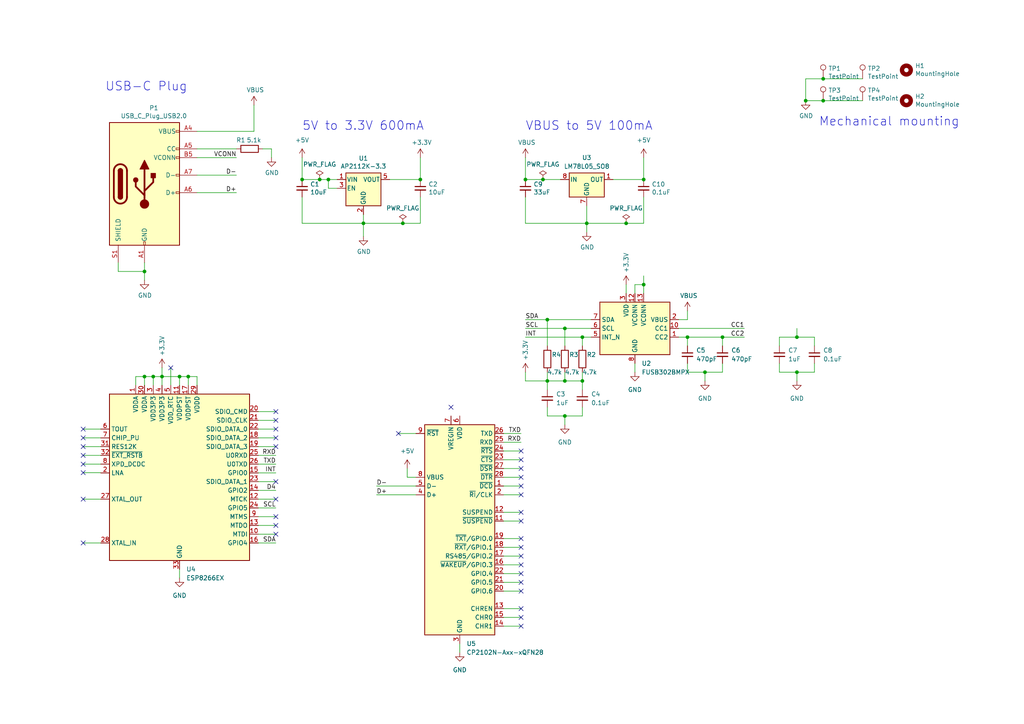
<source format=kicad_sch>
(kicad_sch (version 20230121) (generator eeschema)
  (paper "A4")
  (title_block (title "Expansion Card Template") (date "2020-12-12") (rev "X1") (company "Framework") (comment 1 "This work is licensed under a Creative Commons Attribution 4.0 International License") (comment 4 "https://frame.work"))
  (lib_symbols
    (symbol "Connector:TestPoint" (pin_numbers hide) (pin_names (offset 0.762) hide)
      (property "Reference" "TP" (at 0 6.858 0))
      (property "Value" "TestPoint" (at 0 5.08 0))
      (symbol "TestPoint_0_1"
        (circle (center 0 3.302) (radius 0.762))
      )
      (symbol "TestPoint_1_1"
        (pin passive line (at 0 0 90) (length 2.54) (name "1") (number "1"))
      )
    )
    (symbol "Connector:USB_C_Plug_USB2.0" (pin_names (offset 1.016))
      (property "Reference" "P" (at -10.16 19.05 0))
      (property "Value" "USB_C_Plug_USB2.0" (at 12.7 19.05 0))
      (symbol "USB_C_Plug_USB2.0_0_0"
        (rectangle (start -0.254 -17.78) (end 0.254 -16.764))
        (rectangle (start 10.16 -2.286) (end 9.144 -2.794))
        (rectangle (start 10.16 2.794) (end 9.144 2.286))
        (rectangle (start 10.16 7.874) (end 9.144 7.366))
        (rectangle (start 10.16 10.414) (end 9.144 9.906))
        (rectangle (start 10.16 15.494) (end 9.144 14.986))
      )
      (symbol "USB_C_Plug_USB2.0_0_1"
        (rectangle (start -10.16 17.78) (end 10.16 -17.78) (stroke (width 0.254)) (fill (type background)))
        (arc (start -8.89 -3.81) (mid -6.985 -5.7067) (end -5.08 -3.81) (stroke (width 0.508)))
        (arc (start -7.62 -3.81) (mid -6.985 -4.4423) (end -6.35 -3.81) (stroke (width 0.254)))
        (arc (start -7.62 -3.81) (mid -6.985 -4.4423) (end -6.35 -3.81) (stroke (width 0.254)) (fill (type outline)))
        (rectangle (start -7.62 -3.81) (end -6.35 3.81) (stroke (width 0.254)) (fill (type outline)))
        (arc (start -6.35 3.81) (mid -6.985 4.4423) (end -7.62 3.81) (stroke (width 0.254)))
        (arc (start -6.35 3.81) (mid -6.985 4.4423) (end -7.62 3.81) (stroke (width 0.254)) (fill (type outline)))
        (arc (start -5.08 3.81) (mid -6.985 5.7067) (end -8.89 3.81) (stroke (width 0.508)))
        (circle (center -2.54 1.143) (radius 0.635) (stroke (width 0.254)) (fill (type outline)))
        (circle (center 0 -5.842) (radius 1.27) (fill (type outline)))
        (polyline (pts (xy -8.89 -3.81) (xy -8.89 3.81)) (stroke (width 0.508)))
        (polyline (pts (xy -5.08 3.81) (xy -5.08 -3.81)) (stroke (width 0.508)))
        (polyline (pts (xy 0 -5.842) (xy 0 4.318)) (stroke (width 0.508)))
        (polyline (pts (xy 0 -3.302) (xy -2.54 -0.762) (xy -2.54 0.508)) (stroke (width 0.508)))
        (polyline (pts (xy 0 -2.032) (xy 2.54 0.508) (xy 2.54 1.778)) (stroke (width 0.508)))
        (polyline (pts (xy -1.27 4.318) (xy 0 6.858) (xy 1.27 4.318) (xy -1.27 4.318)) (stroke (width 0.254)) (fill (type outline)))
        (rectangle (start 1.905 1.778) (end 3.175 3.048) (stroke (width 0.254)) (fill (type outline)))
      )
      (symbol "USB_C_Plug_USB2.0_1_1"
        (pin passive line (at 0 -22.86 90) (length 5.08) (name "GND") (number "A1"))
        (pin passive line (at 0 -22.86 90) (length 5.08) hide (name "GND") (number "A12"))
        (pin passive line (at 15.24 15.24 180) (length 5.08) (name "VBUS") (number "A4"))
        (pin bidirectional line (at 15.24 10.16 180) (length 5.08) (name "CC") (number "A5"))
        (pin bidirectional line (at 15.24 -2.54 180) (length 5.08) (name "D+") (number "A6"))
        (pin bidirectional line (at 15.24 2.54 180) (length 5.08) (name "D-") (number "A7"))
        (pin passive line (at 15.24 15.24 180) (length 5.08) hide (name "VBUS") (number "A9"))
        (pin passive line (at 0 -22.86 90) (length 5.08) hide (name "GND") (number "B1"))
        (pin passive line (at 0 -22.86 90) (length 5.08) hide (name "GND") (number "B12"))
        (pin passive line (at 15.24 15.24 180) (length 5.08) hide (name "VBUS") (number "B4"))
        (pin bidirectional line (at 15.24 7.62 180) (length 5.08) (name "VCONN") (number "B5"))
        (pin passive line (at 15.24 15.24 180) (length 5.08) hide (name "VBUS") (number "B9"))
        (pin passive line (at -7.62 -22.86 90) (length 5.08) (name "SHIELD") (number "S1"))
      )
    )
    (symbol "Device:C_Small" (pin_numbers hide) (pin_names (offset 0.254) hide)
      (property "Reference" "C" (at 0.254 1.778 0))
      (property "Value" "C_Small" (at 0.254 -2.032 0))
      (symbol "C_Small_0_1"
        (polyline (pts (xy -1.524 -0.508) (xy 1.524 -0.508)) (stroke (width 0.3302)))
        (polyline (pts (xy -1.524 0.508) (xy 1.524 0.508)) (stroke (width 0.3048)))
      )
      (symbol "C_Small_1_1"
        (pin passive line (at 0 2.54 270) (length 2.032) (name "~") (number "1"))
        (pin passive line (at 0 -2.54 90) (length 2.032) (name "~") (number "2"))
      )
    )
    (symbol "Device:R" (pin_numbers hide) (pin_names (offset 0))
      (property "Reference" "R" (at 2.032 0 90))
      (property "Value" "R" (at 0 0 90))
      (symbol "R_0_1"
        (rectangle (start -1.016 -2.54) (end 1.016 2.54) (stroke (width 0.254)))
      )
      (symbol "R_1_1"
        (pin passive line (at 0 3.81 270) (length 1.27) (name "~") (number "1"))
        (pin passive line (at 0 -3.81 90) (length 1.27) (name "~") (number "2"))
      )
    )
    (symbol "Interface_USB:CP2102N-Axx-xQFN28"
      (property "Reference" "U" (at -8.89 31.75 0))
      (property "Value" "CP2102N-Axx-xQFN28" (at 12.7 31.75 0))
      (symbol "CP2102N-Axx-xQFN28_0_1"
        (rectangle (start -10.16 30.48) (end 10.16 -30.48) (stroke (width 0.254)) (fill (type background)))
      )
      (symbol "CP2102N-Axx-xQFN28_1_1"
        (pin input line (at 12.7 12.7 180) (length 2.54) (name "~{DCD}") (number "1"))
        (pin no_connect line (at -10.16 -27.94 0) (length 2.54) hide (name "NC") (number "10"))
        (pin output line (at 12.7 2.54 180) (length 2.54) (name "~{SUSPEND}") (number "11"))
        (pin output line (at 12.7 5.08 180) (length 2.54) (name "SUSPEND") (number "12"))
        (pin output line (at 12.7 -22.86 180) (length 2.54) (name "CHREN") (number "13"))
        (pin output line (at 12.7 -27.94 180) (length 2.54) (name "CHR1") (number "14"))
        (pin output line (at 12.7 -25.4 180) (length 2.54) (name "CHR0") (number "15"))
        (pin bidirectional line (at 12.7 -10.16 180) (length 2.54) (name "~{WAKEUP}/GPIO.3") (number "16"))
        (pin bidirectional line (at 12.7 -7.62 180) (length 2.54) (name "RS485/GPIO.2") (number "17"))
        (pin bidirectional line (at 12.7 -5.08 180) (length 2.54) (name "~{RXT}/GPIO.1") (number "18"))
        (pin bidirectional line (at 12.7 -2.54 180) (length 2.54) (name "~{TXT}/GPIO.0") (number "19"))
        (pin bidirectional line (at 12.7 10.16 180) (length 2.54) (name "~{RI}/CLK") (number "2"))
        (pin bidirectional line (at 12.7 -17.78 180) (length 2.54) (name "GPIO.6") (number "20"))
        (pin bidirectional line (at 12.7 -15.24 180) (length 2.54) (name "GPIO.5") (number "21"))
        (pin bidirectional line (at 12.7 -12.7 180) (length 2.54) (name "GPIO.4") (number "22"))
        (pin input line (at 12.7 20.32 180) (length 2.54) (name "~{CTS}") (number "23"))
        (pin output line (at 12.7 22.86 180) (length 2.54) (name "~{RTS}") (number "24"))
        (pin input line (at 12.7 25.4 180) (length 2.54) (name "RXD") (number "25"))
        (pin output line (at 12.7 27.94 180) (length 2.54) (name "TXD") (number "26"))
        (pin input line (at 12.7 17.78 180) (length 2.54) (name "~{DSR}") (number "27"))
        (pin output line (at 12.7 15.24 180) (length 2.54) (name "~{DTR}") (number "28"))
        (pin passive line (at 0 -33.02 90) (length 2.54) hide (name "GND") (number "29"))
        (pin power_in line (at 0 -33.02 90) (length 2.54) (name "GND") (number "3"))
        (pin bidirectional line (at -12.7 10.16 0) (length 2.54) (name "D+") (number "4"))
        (pin bidirectional line (at -12.7 12.7 0) (length 2.54) (name "D-") (number "5"))
        (pin power_in line (at 0 33.02 270) (length 2.54) (name "VDD") (number "6"))
        (pin power_in line (at -2.54 33.02 270) (length 2.54) (name "VREGIN") (number "7"))
        (pin input line (at -12.7 15.24 0) (length 2.54) (name "VBUS") (number "8"))
        (pin input line (at -12.7 27.94 0) (length 2.54) (name "~{RST}") (number "9"))
      )
    )
    (symbol "Interface_USB:FUSB302BMPX"
      (property "Reference" "U" (at -10.16 8.89 0))
      (property "Value" "FUSB302BMPX" (at 3.81 8.89 0))
      (symbol "FUSB302BMPX_0_1"
        (rectangle (start -10.16 7.62) (end 10.16 -7.62) (stroke (width 0.254)) (fill (type background)))
      )
      (symbol "FUSB302BMPX_1_1"
        (pin bidirectional line (at 12.7 -2.54 180) (length 2.54) (name "CC2") (number "1"))
        (pin bidirectional line (at 12.7 0 180) (length 2.54) (name "CC1") (number "10"))
        (pin bidirectional line (at 12.7 0 180) (length 2.54) hide (name "CC1") (number "11"))
        (pin power_in line (at 0 10.16 270) (length 2.54) (name "VCONN") (number "12"))
        (pin power_in line (at 2.54 10.16 270) (length 2.54) (name "VCONN") (number "13"))
        (pin bidirectional line (at 12.7 -2.54 180) (length 2.54) hide (name "CC2") (number "14"))
        (pin passive line (at 0 -10.16 90) (length 2.54) hide (name "GND") (number "15"))
        (pin input line (at 12.7 2.54 180) (length 2.54) (name "VBUS") (number "2"))
        (pin power_in line (at -2.54 10.16 270) (length 2.54) (name "VDD") (number "3"))
        (pin passive line (at -2.54 10.16 270) (length 2.54) hide (name "VDD") (number "4"))
        (pin open_collector line (at -12.7 -2.54 0) (length 2.54) (name "INT_N") (number "5"))
        (pin input line (at -12.7 0 0) (length 2.54) (name "SCL") (number "6"))
        (pin bidirectional line (at -12.7 2.54 0) (length 2.54) (name "SDA") (number "7"))
        (pin power_in line (at 0 -10.16 90) (length 2.54) (name "GND") (number "8"))
        (pin passive line (at 0 -10.16 90) (length 2.54) hide (name "GND") (number "9"))
      )
    )
    (symbol "MCU_Espressif:ESP8266EX"
      (property "Reference" "U" (at 0 2.54 0))
      (property "Value" "ESP8266EX" (at 0 -2.54 0))
      (symbol "ESP8266EX_0_1"
        (rectangle (start -20.32 22.86) (end 20.32 -25.4) (stroke (width 0.254)) (fill (type background)))
      )
      (symbol "ESP8266EX_1_1"
        (pin power_in line (at -12.7 25.4 270) (length 2.54) (name "VDDA") (number "1"))
        (pin bidirectional line (at 22.86 -17.78 180) (length 2.54) (name "MTDI") (number "10"))
        (pin power_in line (at 0 25.4 270) (length 2.54) (name "VDDPST") (number "11"))
        (pin bidirectional line (at 22.86 -7.62 180) (length 2.54) (name "MTCK") (number "12"))
        (pin bidirectional line (at 22.86 -15.24 180) (length 2.54) (name "MTDO") (number "13"))
        (pin bidirectional line (at 22.86 -5.08 180) (length 2.54) (name "GPIO2") (number "14"))
        (pin bidirectional line (at 22.86 0 180) (length 2.54) (name "GPIO0") (number "15"))
        (pin bidirectional line (at 22.86 -20.32 180) (length 2.54) (name "GPIO4") (number "16"))
        (pin power_in line (at 2.54 25.4 270) (length 2.54) (name "VDDPST") (number "17"))
        (pin bidirectional line (at 22.86 10.16 180) (length 2.54) (name "SDIO_DATA_2") (number "18"))
        (pin bidirectional line (at 22.86 7.62 180) (length 2.54) (name "SDIO_DATA_3") (number "19"))
        (pin bidirectional line (at -22.86 0 0) (length 2.54) (name "LNA") (number "2"))
        (pin bidirectional line (at 22.86 17.78 180) (length 2.54) (name "SDIO_CMD") (number "20"))
        (pin bidirectional line (at 22.86 15.24 180) (length 2.54) (name "SDIO_CLK") (number "21"))
        (pin bidirectional line (at 22.86 12.7 180) (length 2.54) (name "SDIO_DATA_0") (number "22"))
        (pin bidirectional line (at 22.86 -2.54 180) (length 2.54) (name "SDIO_DATA_1") (number "23"))
        (pin bidirectional line (at 22.86 -10.16 180) (length 2.54) (name "GPIO5") (number "24"))
        (pin bidirectional line (at 22.86 5.08 180) (length 2.54) (name "U0RXD") (number "25"))
        (pin bidirectional line (at 22.86 2.54 180) (length 2.54) (name "U0TXD") (number "26"))
        (pin bidirectional line (at -22.86 -7.62 0) (length 2.54) (name "XTAL_OUT") (number "27"))
        (pin bidirectional line (at -22.86 -20.32 0) (length 2.54) (name "XTAL_IN") (number "28"))
        (pin power_in line (at 5.08 25.4 270) (length 2.54) (name "VDDD") (number "29"))
        (pin power_in line (at -7.62 25.4 270) (length 2.54) (name "VDD3P3") (number "3"))
        (pin power_in line (at -10.16 25.4 270) (length 2.54) (name "VDDA") (number "30"))
        (pin input line (at -22.86 7.62 0) (length 2.54) (name "RES12K") (number "31"))
        (pin input line (at -22.86 5.08 0) (length 2.54) (name "~{EXT_RSTB}") (number "32"))
        (pin power_in line (at 0 -27.94 90) (length 2.54) (name "GND") (number "33"))
        (pin power_in line (at -5.08 25.4 270) (length 2.54) (name "VDD3P3") (number "4"))
        (pin power_in line (at -2.54 25.4 270) (length 2.54) (name "VDD_RTC") (number "5"))
        (pin input line (at -22.86 12.7 0) (length 2.54) (name "TOUT") (number "6"))
        (pin input line (at -22.86 10.16 0) (length 2.54) (name "CHIP_PU") (number "7"))
        (pin bidirectional line (at -22.86 2.54 0) (length 2.54) (name "XPD_DCDC") (number "8"))
        (pin bidirectional line (at 22.86 -12.7 180) (length 2.54) (name "MTMS") (number "9"))
      )
    )
    (symbol "Mechanical:MountingHole" (pin_names (offset 1.016))
      (property "Reference" "H" (at 0 5.08 0))
      (property "Value" "MountingHole" (at 0 3.175 0))
      (symbol "MountingHole_0_1"
        (circle (center 0 0) (radius 1.27) (stroke (width 1.27)))
      )
    )
    (symbol "Regulator_Linear:AP2112K-3.3" (pin_names (offset 0.254))
      (property "Reference" "U" (at -5.08 5.715 0))
      (property "Value" "AP2112K-3.3" (at 0 5.715 0))
      (symbol "AP2112K-3.3_0_1"
        (rectangle (start -5.08 4.445) (end 5.08 -5.08) (stroke (width 0.254)) (fill (type background)))
      )
      (symbol "AP2112K-3.3_1_1"
        (pin power_in line (at -7.62 2.54 0) (length 2.54) (name "VIN") (number "1"))
        (pin power_in line (at 0 -7.62 90) (length 2.54) (name "GND") (number "2"))
        (pin input line (at -7.62 0 0) (length 2.54) (name "EN") (number "3"))
        (pin no_connect line (at 5.08 0 180) (length 2.54) hide (name "NC") (number "4"))
        (pin power_out line (at 7.62 2.54 180) (length 2.54) (name "VOUT") (number "5"))
      )
    )
    (symbol "Regulator_Linear:LM78L05_SO8" (pin_names (offset 0.254))
      (property "Reference" "U" (at -3.81 3.175 0))
      (property "Value" "LM78L05_SO8" (at 0 3.175 0))
      (symbol "LM78L05_SO8_0_1"
        (rectangle (start -5.08 1.905) (end 5.08 -5.08) (stroke (width 0.254)) (fill (type background)))
      )
      (symbol "LM78L05_SO8_1_1"
        (pin power_out line (at 7.62 0 180) (length 2.54) (name "OUT") (number "1"))
        (pin passive line (at 0 -7.62 90) (length 2.54) hide (name "GND") (number "2"))
        (pin passive line (at 0 -7.62 90) (length 2.54) hide (name "GND") (number "3"))
        (pin no_connect line (at -5.08 -2.54 0) (length 2.54) hide (name "NC") (number "4"))
        (pin no_connect line (at 5.08 -2.54 180) (length 2.54) hide (name "NC") (number "5"))
        (pin passive line (at 0 -7.62 90) (length 2.54) hide (name "GND") (number "6"))
        (pin power_in line (at 0 -7.62 90) (length 2.54) (name "GND") (number "7"))
        (pin power_in line (at -7.62 0 0) (length 2.54) (name "IN") (number "8"))
      )
    )
    (symbol "power:+3.3V" (power) (pin_names (offset 0))
      (property "Value" "+3.3V" (at 0 3.556 0))
      (symbol "+3.3V_0_1"
        (polyline (pts (xy -0.762 1.27) (xy 0 2.54)))
        (polyline (pts (xy 0 0) (xy 0 2.54)))
        (polyline (pts (xy 0 2.54) (xy 0.762 1.27)))
      )
      (symbol "+3.3V_1_1"
        (pin power_in line (at 0 0 90) (length 0) hide (name "+3.3V") (number "1"))
      )
    )
    (symbol "power:+5V" (power) (pin_names (offset 0))
      (property "Value" "+5V" (at 0 3.556 0))
      (symbol "+5V_0_1"
        (polyline (pts (xy -0.762 1.27) (xy 0 2.54)))
        (polyline (pts (xy 0 0) (xy 0 2.54)))
        (polyline (pts (xy 0 2.54) (xy 0.762 1.27)))
      )
      (symbol "+5V_1_1"
        (pin power_in line (at 0 0 90) (length 0) hide (name "+5V") (number "1"))
      )
    )
    (symbol "power:GND" (power) (pin_names (offset 0))
      (property "Value" "GND" (at 0 -3.81 0))
      (symbol "GND_0_1"
        (polyline (pts (xy 0 0) (xy 0 -1.27) (xy 1.27 -1.27) (xy 0 -2.54) (xy -1.27 -1.27) (xy 0 -1.27)))
      )
      (symbol "GND_1_1"
        (pin power_in line (at 0 0 270) (length 0) hide (name "GND") (number "1"))
      )
    )
    (symbol "power:PWR_FLAG" (power) (pin_numbers hide) (pin_names (offset 0) hide)
      (property "Value" "PWR_FLAG" (at 0 3.81 0))
      (symbol "PWR_FLAG_0_0"
        (pin power_out line (at 0 0 90) (length 0) (name "pwr") (number "1"))
      )
      (symbol "PWR_FLAG_0_1"
        (polyline (pts (xy 0 0) (xy 0 1.27) (xy -1.016 1.905) (xy 0 2.54) (xy 1.016 1.905) (xy 0 1.27)))
      )
    )
    (symbol "power:VBUS" (power) (pin_names (offset 0))
      (property "Value" "VBUS" (at 0 3.81 0))
      (symbol "VBUS_0_1"
        (polyline (pts (xy -0.762 1.27) (xy 0 2.54)))
        (polyline (pts (xy 0 0) (xy 0 2.54)))
        (polyline (pts (xy 0 2.54) (xy 0.762 1.27)))
      )
      (symbol "VBUS_1_1"
        (pin power_in line (at 0 0 90) (length 0) hide (name "VBUS") (number "1"))
      )
    )
  )
  (junction (at 158.75 110.49))
  (junction (at 41.91 78.74))
  (junction (at 170.18 64.77))
  (junction (at 163.83 95.25))
  (junction (at 186.69 82.55))
  (junction (at 41.91 109.22))
  (junction (at 231.14 97.79))
  (junction (at 163.83 110.49))
  (junction (at 152.4 52.07))
  (junction (at 163.83 120.65))
  (junction (at 92.71 52.07))
  (junction (at 186.69 52.07))
  (junction (at 105.41 64.77))
  (junction (at 204.47 107.95))
  (junction (at 116.84 64.77))
  (junction (at 168.91 97.79))
  (junction (at 44.45 109.22))
  (junction (at 121.92 52.07))
  (junction (at 46.99 109.22))
  (junction (at 54.61 109.22))
  (junction (at 181.61 64.77))
  (junction (at 209.55 97.79))
  (junction (at 52.07 109.22))
  (junction (at 238.76 29.21))
  (junction (at 158.75 92.71))
  (junction (at 231.14 107.95))
  (junction (at 199.39 97.79))
  (junction (at 233.68 29.21))
  (junction (at 87.63 52.07))
  (junction (at 238.76 22.86))
  (junction (at 168.91 110.49))
  (junction (at 95.25 52.07))
  (junction (at 157.48 52.07))
  (no_connect (at 24.13 124.46))
  (no_connect (at 24.13 134.62))
  (no_connect (at 151.13 163.83))
  (no_connect (at 151.13 140.97))
  (no_connect (at 151.13 176.53))
  (no_connect (at 80.01 152.4))
  (no_connect (at 24.13 132.08))
  (no_connect (at 24.13 129.54))
  (no_connect (at 80.01 149.86))
  (no_connect (at 151.13 161.29))
  (no_connect (at 151.13 158.75))
  (no_connect (at 151.13 156.21))
  (no_connect (at 151.13 143.51))
  (no_connect (at 151.13 179.07))
  (no_connect (at 49.53 106.68))
  (no_connect (at 151.13 138.43))
  (no_connect (at 24.13 144.78))
  (no_connect (at 80.01 119.38))
  (no_connect (at 151.13 166.37))
  (no_connect (at 151.13 151.13))
  (no_connect (at 80.01 144.78))
  (no_connect (at 80.01 127))
  (no_connect (at 130.81 118.11))
  (no_connect (at 80.01 129.54))
  (no_connect (at 80.01 124.46))
  (no_connect (at 151.13 181.61))
  (no_connect (at 24.13 157.48))
  (no_connect (at 151.13 130.81))
  (no_connect (at 151.13 168.91))
  (no_connect (at 80.01 154.94))
  (no_connect (at 115.57 125.73))
  (no_connect (at 80.01 121.92))
  (no_connect (at 24.13 127))
  (no_connect (at 80.01 139.7))
  (no_connect (at 151.13 171.45))
  (no_connect (at 24.13 137.0988))
  (no_connect (at 151.13 148.59))
  (no_connect (at 151.13 135.89))
  (no_connect (at 151.13 133.35))
  (wire (pts (xy 151.13 181.61) (xy 146.05 181.61)))
  (wire (pts (xy 168.91 107.95) (xy 168.91 110.49)))
  (wire (pts (xy 80.01 124.46) (xy 74.93 124.46)))
  (wire (pts (xy 199.39 90.17) (xy 199.39 92.71)))
  (wire (pts (xy 151.13 161.29) (xy 146.05 161.29)))
  (wire (pts (xy 151.13 158.75) (xy 146.05 158.75)))
  (wire (pts (xy 184.15 105.41) (xy 184.15 107.95)))
  (wire (pts (xy 163.83 110.49) (xy 168.91 110.49)))
  (wire (pts (xy 181.61 85.09) (xy 181.61 82.55)))
  (wire (pts (xy 49.53 106.68) (xy 49.53 111.76)))
  (wire (pts (xy 113.03 52.07) (xy 121.92 52.07)))
  (wire (pts (xy 151.13 151.13) (xy 146.05 151.13)))
  (wire (pts (xy 231.14 97.79) (xy 236.22 97.79)))
  (wire (pts (xy 204.47 107.95) (xy 204.47 110.49)))
  (wire (pts (xy 151.13 140.97) (xy 146.05 140.97)))
  (wire (pts (xy 152.4 107.95) (xy 152.4 110.49)))
  (wire (pts (xy 57.15 38.1) (xy 73.66 38.1)))
  (wire (pts (xy 238.76 22.86) (xy 233.68 22.86)))
  (wire (pts (xy 57.15 43.18) (xy 68.58 43.18)))
  (wire (pts (xy 158.75 92.71) (xy 171.45 92.71)))
  (wire (pts (xy 80.01 132.08) (xy 74.93 132.08)))
  (wire (pts (xy 236.22 105.41) (xy 236.22 107.95)))
  (wire (pts (xy 151.13 176.53) (xy 146.05 176.53)))
  (wire (pts (xy 168.91 110.49) (xy 168.91 113.03)))
  (wire (pts (xy 158.75 110.49) (xy 163.83 110.49)))
  (wire (pts (xy 231.14 95.25) (xy 231.14 97.79)))
  (wire (pts (xy 151.13 135.89) (xy 146.05 135.89)))
  (wire (pts (xy 74.93 157.48) (xy 80.01 157.48)))
  (wire (pts (xy 24.13 127) (xy 29.21 127)))
  (wire (pts (xy 151.13 156.21) (xy 146.05 156.21)))
  (wire (pts (xy 24.13 157.48) (xy 29.21 157.48)))
  (wire (pts (xy 181.61 64.77) (xy 186.69 64.77)))
  (wire (pts (xy 151.13 143.51) (xy 146.05 143.51)))
  (wire (pts (xy 168.91 118.11) (xy 168.91 120.65)))
  (wire (pts (xy 80.01 154.94) (xy 74.93 154.94)))
  (wire (pts (xy 163.83 120.65) (xy 168.91 120.65)))
  (wire (pts (xy 80.01 134.62) (xy 74.93 134.62)))
  (wire (pts (xy 133.35 186.69) (xy 133.35 189.23)))
  (wire (pts (xy 34.29 78.74) (xy 41.91 78.74)))
  (wire (pts (xy 209.55 97.79) (xy 209.55 100.33)))
  (wire (pts (xy 151.13 166.37) (xy 146.05 166.37)))
  (wire (pts (xy 54.61 109.22) (xy 57.15 109.22)))
  (wire (pts (xy 158.75 118.11) (xy 158.75 120.65)))
  (wire (pts (xy 226.06 107.95) (xy 231.14 107.95)))
  (wire (pts (xy 120.65 140.97) (xy 109.22 140.97)))
  (wire (pts (xy 152.4 95.25) (xy 163.83 95.25)))
  (wire (pts (xy 199.39 97.79) (xy 199.39 100.33)))
  (wire (pts (xy 41.91 109.22) (xy 41.91 111.76)))
  (wire (pts (xy 152.4 45.72) (xy 152.4 52.07)))
  (wire (pts (xy 24.13 137.0988) (xy 29.21 137.0988)))
  (wire (pts (xy 152.4 97.79) (xy 168.91 97.79)))
  (wire (pts (xy 46.99 109.22) (xy 44.45 109.22)))
  (wire (pts (xy 24.13 144.78) (xy 29.21 144.78)))
  (wire (pts (xy 186.69 45.72) (xy 186.69 52.07)))
  (wire (pts (xy 24.13 132.08) (xy 29.21 132.08)))
  (wire (pts (xy 250.19 22.86) (xy 238.76 22.86)))
  (wire (pts (xy 238.76 29.21) (xy 233.68 29.21)))
  (wire (pts (xy 118.11 135.89) (xy 118.11 138.43)))
  (wire (pts (xy 121.92 57.15) (xy 121.92 64.77)))
  (wire (pts (xy 46.99 109.22) (xy 46.99 106.68)))
  (wire (pts (xy 158.75 120.65) (xy 163.83 120.65)))
  (wire (pts (xy 151.13 128.27) (xy 146.05 128.27)))
  (wire (pts (xy 196.85 95.25) (xy 215.9 95.25)))
  (wire (pts (xy 209.55 107.95) (xy 209.55 105.41)))
  (wire (pts (xy 158.75 110.49) (xy 158.75 113.03)))
  (wire (pts (xy 24.13 129.54) (xy 29.21 129.54)))
  (wire (pts (xy 231.14 107.95) (xy 231.14 110.49)))
  (wire (pts (xy 226.06 105.41) (xy 226.06 107.95)))
  (wire (pts (xy 78.74 43.18) (xy 76.2 43.18)))
  (wire (pts (xy 186.69 85.09) (xy 186.69 82.55)))
  (wire (pts (xy 80.01 121.92) (xy 74.93 121.92)))
  (wire (pts (xy 80.01 127) (xy 74.93 127)))
  (wire (pts (xy 151.13 125.73) (xy 146.05 125.73)))
  (wire (pts (xy 151.13 138.43) (xy 146.05 138.43)))
  (wire (pts (xy 163.83 95.25) (xy 171.45 95.25)))
  (wire (pts (xy 95.25 52.07) (xy 97.79 52.07)))
  (wire (pts (xy 152.4 57.15) (xy 152.4 64.77)))
  (wire (pts (xy 199.39 107.95) (xy 204.47 107.95)))
  (wire (pts (xy 41.91 81.28) (xy 41.91 78.74)))
  (wire (pts (xy 41.91 78.74) (xy 41.91 76.2)))
  (wire (pts (xy 151.13 179.07) (xy 146.05 179.07)))
  (wire (pts (xy 163.83 95.25) (xy 163.83 100.33)))
  (wire (pts (xy 52.07 165.1) (xy 52.07 167.64)))
  (wire (pts (xy 199.39 97.79) (xy 209.55 97.79)))
  (wire (pts (xy 121.92 45.72) (xy 121.92 52.07)))
  (wire (pts (xy 151.13 171.45) (xy 146.05 171.45)))
  (wire (pts (xy 152.4 64.77) (xy 170.18 64.77)))
  (wire (pts (xy 177.8 52.07) (xy 186.69 52.07)))
  (wire (pts (xy 80.01 149.86) (xy 74.93 149.86)))
  (wire (pts (xy 24.13 134.62) (xy 29.21 134.62)))
  (wire (pts (xy 168.91 97.79) (xy 168.91 100.33)))
  (wire (pts (xy 80.01 129.54) (xy 74.93 129.54)))
  (wire (pts (xy 97.79 54.61) (xy 95.25 54.61)))
  (wire (pts (xy 168.91 97.79) (xy 171.45 97.79)))
  (wire (pts (xy 151.13 130.81) (xy 146.05 130.81)))
  (wire (pts (xy 80.01 144.78) (xy 74.93 144.78)))
  (wire (pts (xy 170.18 64.77) (xy 181.61 64.77)))
  (wire (pts (xy 95.25 54.61) (xy 95.25 52.07)))
  (wire (pts (xy 105.41 64.77) (xy 116.84 64.77)))
  (wire (pts (xy 233.68 22.86) (xy 233.68 29.21)))
  (wire (pts (xy 80.01 152.4) (xy 74.93 152.4)))
  (wire (pts (xy 151.13 163.83) (xy 146.05 163.83)))
  (wire (pts (xy 170.18 59.69) (xy 170.18 64.77)))
  (wire (pts (xy 87.63 45.72) (xy 87.63 52.07)))
  (wire (pts (xy 186.69 82.55) (xy 184.15 82.55)))
  (wire (pts (xy 57.15 55.88) (xy 68.58 55.88)))
  (wire (pts (xy 151.13 168.91) (xy 146.05 168.91)))
  (wire (pts (xy 151.13 133.35) (xy 146.05 133.35)))
  (wire (pts (xy 46.99 109.22) (xy 46.99 111.76)))
  (wire (pts (xy 151.13 148.59) (xy 146.05 148.59)))
  (wire (pts (xy 204.47 107.95) (xy 209.55 107.95)))
  (wire (pts (xy 41.91 109.22) (xy 44.45 109.22)))
  (wire (pts (xy 57.15 109.22) (xy 57.15 111.76)))
  (wire (pts (xy 163.83 107.95) (xy 163.83 110.49)))
  (wire (pts (xy 74.93 137.16) (xy 80.01 137.16)))
  (wire (pts (xy 226.06 97.79) (xy 231.14 97.79)))
  (wire (pts (xy 74.93 142.24) (xy 80.01 142.24)))
  (wire (pts (xy 157.48 52.07) (xy 162.56 52.07)))
  (wire (pts (xy 186.69 82.55) (xy 186.69 80.01)))
  (wire (pts (xy 158.75 92.71) (xy 158.75 100.33)))
  (wire (pts (xy 196.85 97.79) (xy 199.39 97.79)))
  (wire (pts (xy 186.69 57.15) (xy 186.69 64.77)))
  (wire (pts (xy 80.01 119.38) (xy 74.93 119.38)))
  (wire (pts (xy 152.4 52.07) (xy 157.48 52.07)))
  (wire (pts (xy 196.85 92.71) (xy 199.39 92.71)))
  (wire (pts (xy 34.29 76.2) (xy 34.29 78.74)))
  (wire (pts (xy 39.37 109.22) (xy 41.91 109.22)))
  (wire (pts (xy 170.18 64.77) (xy 170.18 67.31)))
  (wire (pts (xy 44.45 109.22) (xy 44.45 111.76)))
  (wire (pts (xy 52.07 109.22) (xy 54.61 109.22)))
  (wire (pts (xy 152.4 92.71) (xy 158.75 92.71)))
  (wire (pts (xy 209.55 97.79) (xy 215.9 97.79)))
  (wire (pts (xy 152.4 110.49) (xy 158.75 110.49)))
  (wire (pts (xy 52.07 109.22) (xy 52.07 111.76)))
  (wire (pts (xy 199.39 105.41) (xy 199.39 107.95)))
  (wire (pts (xy 115.57 125.73) (xy 120.65 125.73)))
  (wire (pts (xy 54.61 109.22) (xy 54.61 111.76)))
  (wire (pts (xy 92.71 52.07) (xy 95.25 52.07)))
  (wire (pts (xy 87.63 57.15) (xy 87.63 64.77)))
  (wire (pts (xy 236.22 97.79) (xy 236.22 100.33)))
  (wire (pts (xy 163.83 120.65) (xy 163.83 123.19)))
  (wire (pts (xy 105.41 62.23) (xy 105.41 64.77)))
  (wire (pts (xy 105.41 64.77) (xy 105.41 68.58)))
  (wire (pts (xy 87.63 64.77) (xy 105.41 64.77)))
  (wire (pts (xy 250.19 29.21) (xy 238.76 29.21)))
  (wire (pts (xy 39.37 111.76) (xy 39.37 109.22)))
  (wire (pts (xy 120.65 143.51) (xy 109.22 143.51)))
  (wire (pts (xy 74.93 147.32) (xy 80.01 147.32)))
  (wire (pts (xy 116.84 64.77) (xy 121.92 64.77)))
  (wire (pts (xy 57.15 45.72) (xy 68.58 45.72)))
  (wire (pts (xy 80.01 139.7) (xy 74.93 139.7)))
  (wire (pts (xy 158.75 107.95) (xy 158.75 110.49)))
  (wire (pts (xy 231.14 107.95) (xy 236.22 107.95)))
  (wire (pts (xy 226.06 97.79) (xy 226.06 100.33)))
  (wire (pts (xy 24.13 124.46) (xy 29.21 124.46)))
  (wire (pts (xy 57.15 50.8) (xy 68.58 50.8)))
  (wire (pts (xy 78.74 43.18) (xy 78.74 45.72)))
  (wire (pts (xy 184.15 85.09) (xy 184.15 82.55)))
  (wire (pts (xy 87.63 52.07) (xy 92.71 52.07)))
  (wire (pts (xy 46.99 109.22) (xy 52.07 109.22)))
  (wire (pts (xy 73.66 38.1) (xy 73.66 30.48)))
  (wire (pts (xy 118.11 138.43) (xy 120.65 138.43)))
  (text "VBUS to 5V 100mA" (at 152.4 38.1 0) (effects (font (size 2.54 2.54)) (justify left bottom)))
  (text "5V to 3.3V 600mA" (at 87.63 38.1 0) (effects (font (size 2.54 2.54)) (justify left bottom)))
  (text "USB-C Plug" (at 30.48 26.67 0) (effects (font (size 2.54 2.54)) (justify left bottom)))
  (text "Mechanical mounting" (at 237.49 36.83 0) (effects (font (size 2.54 2.54)) (justify left bottom)))
  (label "D4" (at 80.01 142.24 180))
  (label "RXD" (at 80.01 132.08 180))
  (label "TXD" (at 151.13 125.73 180))
  (label "D-" (at 68.58 50.8 180))
  (label "D+" (at 68.58 55.88 180))
  (label "D+" (at 109.22 143.51 0))
  (label "RXD" (at 151.13 128.27 180))
  (label "TXD" (at 80.01 134.62 180))
  (label "SCL" (at 152.4 95.25 0))
  (label "CC2" (at 215.9 97.79 180))
  (label "SDA" (at 80.01 157.48 180))
  (label "CC1" (at 215.9 95.25 180))
  (label "INT" (at 80.01 137.16 180))
  (label "SDA" (at 152.4 92.71 0))
  (label "SCL" (at 80.01 147.32 180))
  (label "VCONN" (at 68.58 45.72 180))
  (label "D-" (at 109.22 140.97 0))
  (label "INT" (at 152.4 97.79 0))
  (symbol (lib_id "Regulator_Linear:AP2112K-3.3") (at 105.41 54.61 0) (unit 1)
    (property "Reference" "U1" (at 105.41 45.9232 0))
    (property "Value" "AP2112K-3.3" (at 105.41 48.2346 0))
    (property "Footprint" "Package_TO_SOT_SMD:SOT-23-5" (effects hide))
    (property "Datasheet" "https://www.diodes.com/assets/Datasheets/AP2112.pdf" (effects hide))
  )
  (symbol (lib_id "Device:C_Small") (at 87.63 54.61 0) (unit 1)
    (property "Reference" "C1" (at 89.9668 53.4416 0) (effects (justify left)))
    (property "Value" "10uF" (at 89.9668 55.753 0) (effects (justify left)))
    (property "Footprint" "Capacitor_SMD:C_0201_0603Metric" (effects hide))
  )
  (symbol (lib_id "Device:C_Small") (at 121.92 54.61 0) (unit 1)
    (property "Reference" "C2" (at 124.2568 53.4416 0) (effects (justify left)))
    (property "Value" "10uF" (at 124.2568 55.753 0) (effects (justify left)))
    (property "Footprint" "Capacitor_SMD:C_0201_0603Metric" (effects hide))
  )
  (symbol (lib_id "power:+3.3V") (at 121.92 45.72 0) (unit 1)
    (property "Reference" "#PWR05" (effects hide))
    (property "Value" "+3.3V" (at 122.301 41.3258 0))
  )
  (symbol (lib_id "power:GND") (at 105.41 68.58 0) (unit 1)
    (property "Reference" "#PWR06" (effects hide))
    (property "Value" "GND" (at 105.537 72.9742 0))
  )
  (symbol (lib_id "Connector:USB_C_Plug_USB2.0") (at 41.91 53.34 0) (unit 1)
    (property "Reference" "P1" (at 44.6278 31.3182 0))
    (property "Value" "USB_C_Plug_USB2.0" (at 44.6278 33.6296 0))
    (property "Footprint" "Expansion_Card:USB_C_Plug_Molex_105444" (effects hide))
    (property "Datasheet" "https://www.usb.org/sites/default/files/documents/usb_type-c.zip" (effects hide))
  )
  (symbol (lib_id "power:GND") (at 41.91 81.28 0) (unit 1)
    (property "Reference" "#PWR01" (effects hide))
    (property "Value" "GND" (at 42.037 85.6742 0))
  )
  (symbol (lib_id "power:GND") (at 78.74 45.72 0) (unit 1)
    (property "Reference" "#PWR03" (effects hide))
    (property "Value" "GND" (at 78.867 50.1142 0))
  )
  (symbol (lib_id "power:VBUS") (at 73.66 30.48 0) (unit 1)
    (property "Reference" "#PWR02" (effects hide))
    (property "Value" "VBUS" (at 74.041 26.0858 0))
  )
  (symbol (lib_id "Mechanical:MountingHole") (at 262.89 20.32 0) (unit 1)
    (property "Reference" "H1" (at 265.43 19.0754 0) (effects (justify left)))
    (property "Value" "MountingHole" (at 265.43 21.3868 0) (effects (justify left)))
    (property "Footprint" "MountingHole:MountingHole_2.2mm_M2" (effects hide))
  )
  (symbol (lib_id "Mechanical:MountingHole") (at 262.89 29.21 0) (unit 1)
    (property "Reference" "H2" (at 265.43 27.9654 0) (effects (justify left)))
    (property "Value" "MountingHole" (at 265.43 30.2768 0) (effects (justify left)))
    (property "Footprint" "MountingHole:MountingHole_2.2mm_M2" (effects hide))
  )
  (symbol (lib_id "power:PWR_FLAG") (at 92.71 52.07 0) (unit 1)
    (property "Reference" "#FLG01" (effects hide))
    (property "Value" "PWR_FLAG" (at 92.71 47.6758 0))
  )
  (symbol (lib_id "power:PWR_FLAG") (at 116.84 64.77 0) (unit 1)
    (property "Reference" "#FLG02" (effects hide))
    (property "Value" "PWR_FLAG" (at 116.84 60.3758 0))
  )
  (symbol (lib_id "Connector:TestPoint") (at 250.19 22.86 0) (unit 1)
    (property "Reference" "TP2" (at 251.6632 19.8628 0) (effects (justify left)))
    (property "Value" "TestPoint" (at 251.6632 22.1742 0) (effects (justify left)))
    (property "Footprint" "TestPoint:TestPoint_Pad_1.5x1.5mm" (effects hide))
  )
  (symbol (lib_id "Connector:TestPoint") (at 238.76 22.86 0) (unit 1)
    (property "Reference" "TP1" (at 240.2332 19.8628 0) (effects (justify left)))
    (property "Value" "TestPoint" (at 240.2332 22.1742 0) (effects (justify left)))
    (property "Footprint" "TestPoint:TestPoint_Pad_1.5x1.5mm" (effects hide))
  )
  (symbol (lib_id "Connector:TestPoint") (at 238.76 29.21 0) (unit 1)
    (property "Reference" "TP3" (at 240.2332 26.2128 0) (effects (justify left)))
    (property "Value" "TestPoint" (at 240.2332 28.5242 0) (effects (justify left)))
    (property "Footprint" "TestPoint:TestPoint_Pad_1.5x1.5mm" (effects hide))
  )
  (symbol (lib_id "Connector:TestPoint") (at 250.19 29.21 0) (unit 1)
    (property "Reference" "TP4" (at 251.6632 26.2128 0) (effects (justify left)))
    (property "Value" "TestPoint" (at 251.6632 28.5242 0) (effects (justify left)))
    (property "Footprint" "TestPoint:TestPoint_Pad_1.5x1.5mm" (effects hide))
  )
  (symbol (lib_id "power:GND") (at 233.68 29.21 0) (unit 1)
    (property "Reference" "#PWR0101" (effects hide))
    (property "Value" "GND" (at 233.807 33.6042 0))
  )
  (symbol (lib_id "power:+5V") (at 186.69 45.72 0) (unit 1)
    (property "Reference" "#PWR019" (effects hide))
    (property "Value" "+5V" (at 186.69 40.64 0))
  )
  (symbol (lib_id "power:GND") (at 170.18 67.31 0) (unit 1)
    (property "Reference" "#PWR018" (effects hide))
    (property "Value" "GND" (at 170.307 71.7042 0))
  )
  (symbol (lib_id "power:GND") (at 204.47 110.49 0) (unit 1)
    (property "Reference" "#PWR012" (effects hide))
    (property "Value" "GND" (at 204.47 115.57 0))
  )
  (symbol (lib_id "power:VBUS") (at 199.39 90.17 0) (unit 1)
    (property "Reference" "#PWR08" (effects hide))
    (property "Value" "VBUS" (at 199.771 85.7758 0))
  )
  (symbol (lib_id "Device:R") (at 168.91 104.14 0) (unit 1)
    (property "Reference" "R2" (at 170.18 102.87 0) (effects (justify left)))
    (property "Value" "4.7k" (at 168.91 107.95 0) (effects (justify left)))
    (property "Footprint" "Resistor_SMD:R_0201_0603Metric" (effects hide))
  )
  (symbol (lib_id "Interface_USB:CP2102N-Axx-xQFN28") (at 133.35 153.67 0) (unit 1)
    (property "Reference" "U5" (at 135.3059 186.69 0) (effects (justify left)))
    (property "Value" "CP2102N-Axx-xQFN28" (at 135.3059 189.23 0) (effects (justify left)))
    (property "Footprint" "Package_DFN_QFN:QFN-28-1EP_5x5mm_P0.5mm_EP3.35x3.35mm" (effects hide))
    (property "Datasheet" "https://www.silabs.com/documents/public/data-sheets/cp2102n-datasheet.pdf" (effects hide))
  )
  (symbol (lib_id "power:+3.3V") (at 46.99 106.68 0) (unit 1)
    (property "Reference" "#PWR017" (effects hide))
    (property "Value" "+3.3V" (at 46.99 100.33 90))
  )
  (symbol (lib_id "Device:C_Small") (at 152.4 54.61 0) (unit 1)
    (property "Reference" "C9" (at 154.7368 53.4416 0) (effects (justify left)))
    (property "Value" "33uF" (at 154.7368 55.753 0) (effects (justify left)))
    (property "Footprint" "Capacitor_SMD:C_0201_0603Metric" (effects hide))
  )
  (symbol (lib_id "power:PWR_FLAG") (at 181.61 64.77 0) (unit 1)
    (property "Reference" "#FLG04" (effects hide))
    (property "Value" "PWR_FLAG" (at 181.61 60.3758 0))
  )
  (symbol (lib_id "power:VBUS") (at 152.4 45.72 0) (unit 1)
    (property "Reference" "#PWR014" (effects hide))
    (property "Value" "VBUS" (at 152.781 41.3258 0))
  )
  (symbol (lib_id "Device:C_Small") (at 236.22 102.87 0) (unit 1)
    (property "Reference" "C8" (at 238.76 101.6063 0) (effects (justify left)))
    (property "Value" "0.1uF" (at 238.76 104.1463 0) (effects (justify left)))
    (property "Footprint" "Capacitor_SMD:C_0201_0603Metric" (effects hide))
  )
  (symbol (lib_id "power:+5V") (at 87.63 45.72 0) (unit 1)
    (property "Reference" "#PWR04" (effects hide))
    (property "Value" "+5V" (at 87.63 40.64 0))
  )
  (symbol (lib_id "Device:C_Small") (at 186.69 54.61 0) (unit 1)
    (property "Reference" "C10" (at 189.0268 53.4416 0) (effects (justify left)))
    (property "Value" "0.1uF" (at 189.0268 55.753 0) (effects (justify left)))
    (property "Footprint" "Capacitor_SMD:C_0201_0603Metric" (effects hide))
  )
  (symbol (lib_id "power:+5V") (at 118.11 135.89 0) (unit 1)
    (property "Reference" "#PWR015" (effects hide))
    (property "Value" "+5V" (at 118.11 130.81 0))
  )
  (symbol (lib_id "Device:C_Small") (at 158.75 115.57 0) (unit 1)
    (property "Reference" "C3" (at 161.29 114.3063 0) (effects (justify left)))
    (property "Value" "1uF" (at 161.29 116.8463 0) (effects (justify left)))
    (property "Footprint" "Capacitor_SMD:C_0201_0603Metric" (effects hide))
  )
  (symbol (lib_id "power:GND") (at 231.14 110.49 0) (unit 1)
    (property "Reference" "#PWR013" (effects hide))
    (property "Value" "GND" (at 231.14 115.57 0))
  )
  (symbol (lib_id "MCU_Espressif:ESP8266EX") (at 52.07 137.16 0) (unit 1)
    (property "Reference" "U4" (at 54.0259 165.1 0) (effects (justify left)))
    (property "Value" "ESP8266EX" (at 54.0259 167.64 0) (effects (justify left)))
    (property "Footprint" "Package_DFN_QFN:QFN-32-1EP_5x5mm_P0.5mm_EP3.45x3.45mm" (effects hide))
    (property "Datasheet" "http://espressif.com/sites/default/files/documentation/0a-esp8266ex_datasheet_en.pdf" (effects hide))
  )
  (symbol (lib_id "Device:R") (at 158.75 104.14 0) (unit 1)
    (property "Reference" "R4" (at 160.02 102.87 0) (effects (justify left)))
    (property "Value" "4.7k" (at 158.75 107.95 0) (effects (justify left)))
    (property "Footprint" "Resistor_SMD:R_0201_0603Metric" (effects hide))
  )
  (symbol (lib_id "Device:C_Small") (at 209.55 102.87 0) (unit 1)
    (property "Reference" "C6" (at 212.09 101.6063 0) (effects (justify left)))
    (property "Value" "470pF" (at 212.09 104.1463 0) (effects (justify left)))
    (property "Footprint" "Capacitor_SMD:C_0201_0603Metric" (effects hide))
  )
  (symbol (lib_id "power:+3.3V") (at 152.4 107.95 0) (unit 1)
    (property "Reference" "#PWR010" (effects hide))
    (property "Value" "+3.3V" (at 152.4 101.6 90))
  )
  (symbol (lib_id "power:GND") (at 133.35 189.23 0) (unit 1)
    (property "Reference" "#PWR020" (effects hide))
    (property "Value" "GND" (at 133.35 194.31 0))
  )
  (symbol (lib_id "Device:R") (at 72.39 43.18 90) (unit 1)
    (property "Reference" "R1" (at 69.85 40.64 90))
    (property "Value" "5.1k" (at 73.66 40.64 90))
    (property "Footprint" "Resistor_SMD:R_0201_0603Metric" (effects hide))
  )
  (symbol (lib_id "power:+3.3V") (at 181.61 82.55 0) (unit 1)
    (property "Reference" "#PWR09" (effects hide))
    (property "Value" "+3.3V" (at 181.61 76.2 90))
  )
  (symbol (lib_id "power:GND") (at 184.15 107.95 0) (unit 1)
    (property "Reference" "#PWR07" (effects hide))
    (property "Value" "GND" (at 184.15 113.03 0))
  )
  (symbol (lib_id "Regulator_Linear:LM78L05_SO8") (at 170.18 52.07 0) (unit 1)
    (property "Reference" "U3" (at 170.18 45.72 0))
    (property "Value" "LM78L05_SO8" (at 170.18 48.26 0))
    (property "Footprint" "Package_SO:SOIC-8_3.9x4.9mm_P1.27mm" (effects hide))
    (property "Datasheet" "https://www.onsemi.com/pub/Collateral/MC78L06A-D.pdf" (effects hide))
  )
  (symbol (lib_id "Interface_USB:FUSB302BMPX") (at 184.15 95.25 0) (unit 1)
    (property "Reference" "U2" (at 186.1059 105.41 0) (effects (justify left)))
    (property "Value" "FUSB302BMPX" (at 186.1059 107.95 0) (effects (justify left)))
    (property "Footprint" "Package_DFN_QFN:WQFN-14-1EP_2.5x2.5mm_P0.5mm_EP1.45x1.45mm" (effects hide))
    (property "Datasheet" "http://www.onsemi.com/pub/Collateral/FUSB302B-D.PDF" (effects hide))
  )
  (symbol (lib_id "Device:C_Small") (at 168.91 115.57 0) (unit 1)
    (property "Reference" "C4" (at 171.45 114.3063 0) (effects (justify left)))
    (property "Value" "0.1uF" (at 171.45 116.8463 0) (effects (justify left)))
    (property "Footprint" "Capacitor_SMD:C_0201_0603Metric" (effects hide))
  )
  (symbol (lib_id "Device:C_Small") (at 199.39 102.87 0) (unit 1)
    (property "Reference" "C5" (at 201.93 101.6063 0) (effects (justify left)))
    (property "Value" "470pF" (at 201.93 104.1463 0) (effects (justify left)))
    (property "Footprint" "Capacitor_SMD:C_0201_0603Metric" (effects hide))
  )
  (symbol (lib_id "power:GND") (at 163.83 123.19 0) (unit 1)
    (property "Reference" "#PWR011" (effects hide))
    (property "Value" "GND" (at 163.83 128.27 0))
  )
  (symbol (lib_id "power:PWR_FLAG") (at 157.48 52.07 0) (unit 1)
    (property "Reference" "#FLG03" (effects hide))
    (property "Value" "PWR_FLAG" (at 157.48 47.6758 0))
  )
  (symbol (lib_id "power:GND") (at 52.07 167.64 0) (unit 1)
    (property "Reference" "#PWR016" (effects hide))
    (property "Value" "GND" (at 52.07 172.72 0))
  )
  (symbol (lib_id "Device:R") (at 163.83 104.14 0) (unit 1)
    (property "Reference" "R3" (at 165.1 102.87 0) (effects (justify left)))
    (property "Value" "4.7k" (at 163.83 107.95 0) (effects (justify left)))
    (property "Footprint" "Resistor_SMD:R_0201_0603Metric" (effects hide))
  )
  (symbol (lib_id "Device:C_Small") (at 226.06 102.87 0) (unit 1)
    (property "Reference" "C7" (at 228.6 101.6063 0) (effects (justify left)))
    (property "Value" "1uF" (at 228.6 104.1463 0) (effects (justify left)))
    (property "Footprint" "Capacitor_SMD:C_0201_0603Metric" (effects hide))
  )
)
</source>
